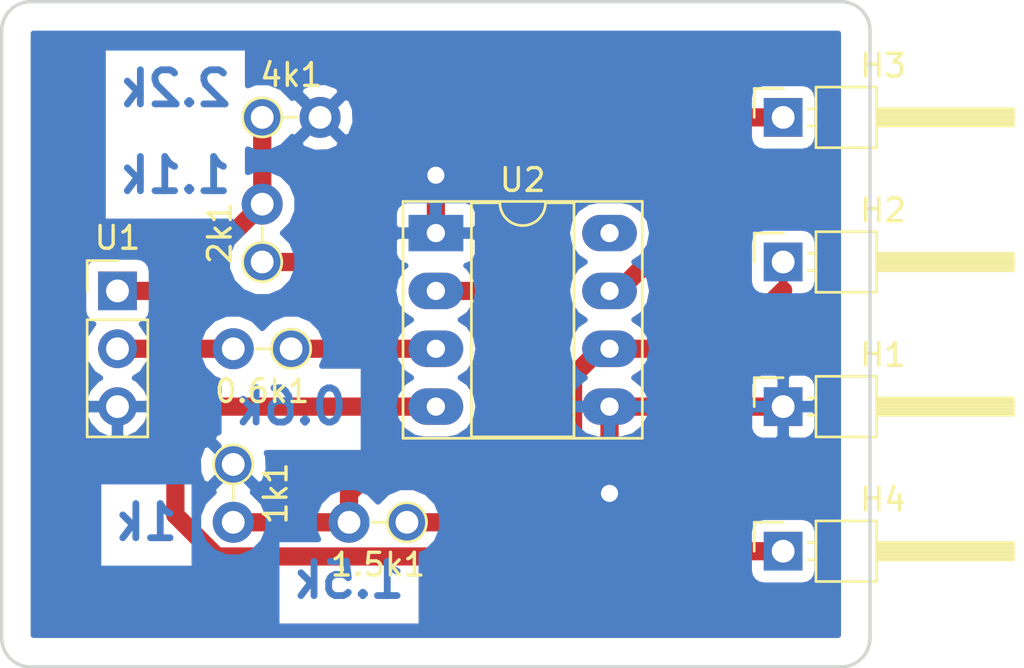
<source format=kicad_pcb>
(kicad_pcb (version 20171130) (host pcbnew "(5.0.2)-1")

  (general
    (thickness 1.6)
    (drawings 13)
    (tracks 43)
    (zones 0)
    (modules 11)
    (nets 10)
  )

  (page A4)
  (layers
    (0 F.Cu signal)
    (31 B.Cu signal)
    (32 B.Adhes user hide)
    (33 F.Adhes user hide)
    (34 B.Paste user hide)
    (35 F.Paste user hide)
    (36 B.SilkS user hide)
    (37 F.SilkS user hide)
    (38 B.Mask user hide)
    (39 F.Mask user hide)
    (40 Dwgs.User user hide)
    (41 Cmts.User user hide)
    (42 Eco1.User user hide)
    (43 Eco2.User user hide)
    (44 Edge.Cuts user)
    (45 Margin user hide)
    (46 B.CrtYd user hide)
    (47 F.CrtYd user hide)
    (48 B.Fab user hide)
    (49 F.Fab user hide)
  )

  (setup
    (last_trace_width 0.8)
    (trace_clearance 0.2)
    (zone_clearance 0.508)
    (zone_45_only no)
    (trace_min 0.4)
    (segment_width 0.2)
    (edge_width 0.15)
    (via_size 0.8)
    (via_drill 0.75)
    (via_min_size 0.8)
    (via_min_drill 0.75)
    (uvia_size 0.3)
    (uvia_drill 0.1)
    (uvias_allowed no)
    (uvia_min_size 0.2)
    (uvia_min_drill 0.1)
    (pcb_text_width 0.3)
    (pcb_text_size 1.5 1.5)
    (mod_edge_width 0.15)
    (mod_text_size 1 1)
    (mod_text_width 0.15)
    (pad_size 1.8 1.8)
    (pad_drill 1)
    (pad_to_mask_clearance 0.051)
    (solder_mask_min_width 0.25)
    (aux_axis_origin 0 0)
    (visible_elements 7FFFFFFF)
    (pcbplotparams
      (layerselection 0x01000_ffffffff)
      (usegerberextensions false)
      (usegerberattributes false)
      (usegerberadvancedattributes false)
      (creategerberjobfile false)
      (excludeedgelayer true)
      (linewidth 0.100000)
      (plotframeref false)
      (viasonmask false)
      (mode 1)
      (useauxorigin false)
      (hpglpennumber 1)
      (hpglpenspeed 20)
      (hpglpendiameter 15.000000)
      (psnegative false)
      (psa4output false)
      (plotreference true)
      (plotvalue true)
      (plotinvisibletext false)
      (padsonsilk false)
      (subtractmaskfromsilk false)
      (outputformat 1)
      (mirror false)
      (drillshape 0)
      (scaleselection 1)
      (outputdirectory ""))
  )

  (net 0 "")
  (net 1 "Net-(0.6k1-Pad2)")
  (net 2 "Net-(0.6k1-Pad1)")
  (net 3 "Net-(1.5k1-Pad1)")
  (net 4 "Net-(1.5k1-Pad2)")
  (net 5 GND)
  (net 6 "Net-(2k1-Pad2)")
  (net 7 +12V)
  (net 8 -12V)
  (net 9 "Net-(U2-Pad8)")

  (net_class Default "This is the default net class."
    (clearance 0.2)
    (trace_width 0.8)
    (via_dia 0.8)
    (via_drill 0.75)
    (uvia_dia 0.3)
    (uvia_drill 0.1)
    (diff_pair_gap 0.25)
    (diff_pair_width 0.4)
    (add_net +12V)
    (add_net -12V)
    (add_net GND)
    (add_net "Net-(0.6k1-Pad1)")
    (add_net "Net-(0.6k1-Pad2)")
    (add_net "Net-(1.5k1-Pad1)")
    (add_net "Net-(1.5k1-Pad2)")
    (add_net "Net-(2k1-Pad2)")
    (add_net "Net-(U2-Pad8)")
  )

  (module Resistors_THT:R_Axial_DIN0204_L3.6mm_D1.6mm_P2.54mm_Vertical (layer F.Cu) (tedit 5D9FB856) (tstamp 5D9FA601)
    (at 149.86 77.47 180)
    (descr "Resistor, Axial_DIN0204 series, Axial, Vertical, pin pitch=2.54mm, 0.16666666666666666W = 1/6W, length*diameter=3.6*1.6mm^2, http://cdn-reichelt.de/documents/datenblatt/B400/1_4W%23YAG.pdf")
    (tags "Resistor Axial_DIN0204 series Axial Vertical pin pitch 2.54mm 0.16666666666666666W = 1/6W length 3.6mm diameter 1.6mm")
    (path /5D9C8344)
    (fp_text reference 0.6k1 (at 1.27 -1.86 180) (layer F.SilkS)
      (effects (font (size 1 1) (thickness 0.15)))
    )
    (fp_text value R (at 1.27 1.86 180) (layer F.Fab)
      (effects (font (size 1 1) (thickness 0.15)))
    )
    (fp_line (start 3.55 -1.15) (end -1.15 -1.15) (layer F.CrtYd) (width 0.05))
    (fp_line (start 3.55 1.15) (end 3.55 -1.15) (layer F.CrtYd) (width 0.05))
    (fp_line (start -1.15 1.15) (end 3.55 1.15) (layer F.CrtYd) (width 0.05))
    (fp_line (start -1.15 -1.15) (end -1.15 1.15) (layer F.CrtYd) (width 0.05))
    (fp_line (start 0.86 0) (end 1.54 0) (layer F.SilkS) (width 0.12))
    (fp_line (start 0 0) (end 2.54 0) (layer F.Fab) (width 0.1))
    (fp_circle (center 0 0) (end 0.86 0) (layer F.SilkS) (width 0.12))
    (fp_circle (center 0 0) (end 0.8 0) (layer F.Fab) (width 0.1))
    (pad 2 thru_hole circle (at 2.54 0 180) (size 1.8 1.8) (drill 1) (layers *.Cu *.Mask)
      (net 1 "Net-(0.6k1-Pad2)"))
    (pad 1 thru_hole circle (at 0 0 180) (size 1.8 1.8) (drill 1) (layers *.Cu *.Mask)
      (net 2 "Net-(0.6k1-Pad1)"))
    (model ${KISYS3DMOD}/Resistors_THT.3dshapes/R_Axial_DIN0204_L3.6mm_D1.6mm_P2.54mm_Vertical.wrl
      (at (xyz 0 0 0))
      (scale (xyz 0.393701 0.393701 0.393701))
      (rotate (xyz 0 0 0))
    )
  )

  (module Resistors_THT:R_Axial_DIN0204_L3.6mm_D1.6mm_P2.54mm_Vertical (layer F.Cu) (tedit 5D9FBEAB) (tstamp 5D9FA60F)
    (at 154.94 85.09 180)
    (descr "Resistor, Axial_DIN0204 series, Axial, Vertical, pin pitch=2.54mm, 0.16666666666666666W = 1/6W, length*diameter=3.6*1.6mm^2, http://cdn-reichelt.de/documents/datenblatt/B400/1_4W%23YAG.pdf")
    (tags "Resistor Axial_DIN0204 series Axial Vertical pin pitch 2.54mm 0.16666666666666666W = 1/6W length 3.6mm diameter 1.6mm")
    (path /5D9C846F)
    (fp_text reference 1.5k1 (at 1.27 -1.86 180) (layer F.SilkS)
      (effects (font (size 1 1) (thickness 0.15)))
    )
    (fp_text value R (at 1.27 1.86 180) (layer F.Fab)
      (effects (font (size 1 1) (thickness 0.15)))
    )
    (fp_circle (center 0 0) (end 0.8 0) (layer F.Fab) (width 0.1))
    (fp_circle (center 0 0) (end 0.86 0) (layer F.SilkS) (width 0.12))
    (fp_line (start 0 0) (end 2.54 0) (layer F.Fab) (width 0.1))
    (fp_line (start 0.86 0) (end 1.54 0) (layer F.SilkS) (width 0.12))
    (fp_line (start -1.15 -1.15) (end -1.15 1.15) (layer F.CrtYd) (width 0.05))
    (fp_line (start -1.15 1.15) (end 3.55 1.15) (layer F.CrtYd) (width 0.05))
    (fp_line (start 3.55 1.15) (end 3.55 -1.15) (layer F.CrtYd) (width 0.05))
    (fp_line (start 3.55 -1.15) (end -1.15 -1.15) (layer F.CrtYd) (width 0.05))
    (pad e thru_hole circle (at 0 0 180) (size 1.8 1.8) (drill 1) (layers *.Cu *.Mask)
      (net 3 "Net-(1.5k1-Pad1)"))
    (pad 2 thru_hole circle (at 2.54 0 180) (size 1.8 1.8) (drill 1) (layers *.Cu *.Mask)
      (net 4 "Net-(1.5k1-Pad2)"))
    (model ${KISYS3DMOD}/Resistors_THT.3dshapes/R_Axial_DIN0204_L3.6mm_D1.6mm_P2.54mm_Vertical.wrl
      (at (xyz 0 0 0))
      (scale (xyz 0.393701 0.393701 0.393701))
      (rotate (xyz 0 0 0))
    )
  )

  (module Resistors_THT:R_Axial_DIN0204_L3.6mm_D1.6mm_P2.54mm_Vertical (layer F.Cu) (tedit 5D9FBE88) (tstamp 5D9FA61D)
    (at 147.32 82.55 270)
    (descr "Resistor, Axial_DIN0204 series, Axial, Vertical, pin pitch=2.54mm, 0.16666666666666666W = 1/6W, length*diameter=3.6*1.6mm^2, http://cdn-reichelt.de/documents/datenblatt/B400/1_4W%23YAG.pdf")
    (tags "Resistor Axial_DIN0204 series Axial Vertical pin pitch 2.54mm 0.16666666666666666W = 1/6W length 3.6mm diameter 1.6mm")
    (path /5D9C84BD)
    (fp_text reference 1k1 (at 1.27 -1.86 270) (layer F.SilkS)
      (effects (font (size 1 1) (thickness 0.15)))
    )
    (fp_text value R (at 1.27 1.86 270) (layer F.Fab)
      (effects (font (size 1 1) (thickness 0.15)))
    )
    (fp_line (start 3.55 -1.15) (end -1.15 -1.15) (layer F.CrtYd) (width 0.05))
    (fp_line (start 3.55 1.15) (end 3.55 -1.15) (layer F.CrtYd) (width 0.05))
    (fp_line (start -1.15 1.15) (end 3.55 1.15) (layer F.CrtYd) (width 0.05))
    (fp_line (start -1.15 -1.15) (end -1.15 1.15) (layer F.CrtYd) (width 0.05))
    (fp_line (start 0.86 0) (end 1.54 0) (layer F.SilkS) (width 0.12))
    (fp_line (start 0 0) (end 2.54 0) (layer F.Fab) (width 0.1))
    (fp_circle (center 0 0) (end 0.86 0) (layer F.SilkS) (width 0.12))
    (fp_circle (center 0 0) (end 0.8 0) (layer F.Fab) (width 0.1))
    (pad 2 thru_hole circle (at 2.54 0 270) (size 1.8 1.8) (drill 1) (layers *.Cu *.Mask)
      (net 4 "Net-(1.5k1-Pad2)"))
    (pad 1 thru_hole circle (at 0 0 270) (size 1.8 1.8) (drill 1) (layers *.Cu *.Mask)
      (net 5 GND))
    (model ${KISYS3DMOD}/Resistors_THT.3dshapes/R_Axial_DIN0204_L3.6mm_D1.6mm_P2.54mm_Vertical.wrl
      (at (xyz 0 0 0))
      (scale (xyz 0.393701 0.393701 0.393701))
      (rotate (xyz 0 0 0))
    )
  )

  (module Resistors_THT:R_Axial_DIN0204_L3.6mm_D1.6mm_P2.54mm_Vertical (layer F.Cu) (tedit 5D9FB838) (tstamp 5D9FA62B)
    (at 148.59 73.66 90)
    (descr "Resistor, Axial_DIN0204 series, Axial, Vertical, pin pitch=2.54mm, 0.16666666666666666W = 1/6W, length*diameter=3.6*1.6mm^2, http://cdn-reichelt.de/documents/datenblatt/B400/1_4W%23YAG.pdf")
    (tags "Resistor Axial_DIN0204 series Axial Vertical pin pitch 2.54mm 0.16666666666666666W = 1/6W length 3.6mm diameter 1.6mm")
    (path /5D9C82C2)
    (fp_text reference 2k1 (at 1.27 -1.86 90) (layer F.SilkS)
      (effects (font (size 1 1) (thickness 0.15)))
    )
    (fp_text value R (at 1.27 1.86 90) (layer F.Fab)
      (effects (font (size 1 1) (thickness 0.15)))
    )
    (fp_line (start 3.55 -1.15) (end -1.15 -1.15) (layer F.CrtYd) (width 0.05))
    (fp_line (start 3.55 1.15) (end 3.55 -1.15) (layer F.CrtYd) (width 0.05))
    (fp_line (start -1.15 1.15) (end 3.55 1.15) (layer F.CrtYd) (width 0.05))
    (fp_line (start -1.15 -1.15) (end -1.15 1.15) (layer F.CrtYd) (width 0.05))
    (fp_line (start 0.86 0) (end 1.54 0) (layer F.SilkS) (width 0.12))
    (fp_line (start 0 0) (end 2.54 0) (layer F.Fab) (width 0.1))
    (fp_circle (center 0 0) (end 0.86 0) (layer F.SilkS) (width 0.12))
    (fp_circle (center 0 0) (end 0.8 0) (layer F.Fab) (width 0.1))
    (pad 2 thru_hole circle (at 2.54 0 90) (size 1.8 1.8) (drill 1) (layers *.Cu *.Mask)
      (net 6 "Net-(2k1-Pad2)"))
    (pad 1 thru_hole circle (at 0 0 90) (size 1.8 1.8) (drill 1) (layers *.Cu *.Mask)
      (net 7 +12V))
    (model ${KISYS3DMOD}/Resistors_THT.3dshapes/R_Axial_DIN0204_L3.6mm_D1.6mm_P2.54mm_Vertical.wrl
      (at (xyz 0 0 0))
      (scale (xyz 0.393701 0.393701 0.393701))
      (rotate (xyz 0 0 0))
    )
  )

  (module Resistors_THT:R_Axial_DIN0204_L3.6mm_D1.6mm_P2.54mm_Vertical (layer F.Cu) (tedit 5D9FBED7) (tstamp 5D9FA639)
    (at 148.59 67.31)
    (descr "Resistor, Axial_DIN0204 series, Axial, Vertical, pin pitch=2.54mm, 0.16666666666666666W = 1/6W, length*diameter=3.6*1.6mm^2, http://cdn-reichelt.de/documents/datenblatt/B400/1_4W%23YAG.pdf")
    (tags "Resistor Axial_DIN0204 series Axial Vertical pin pitch 2.54mm 0.16666666666666666W = 1/6W length 3.6mm diameter 1.6mm")
    (path /5D9C8307)
    (fp_text reference 4k1 (at 1.27 -1.86) (layer F.SilkS)
      (effects (font (size 1 1) (thickness 0.15)))
    )
    (fp_text value R (at 1.27 1.86) (layer F.Fab)
      (effects (font (size 1 1) (thickness 0.15)))
    )
    (fp_circle (center 0 0) (end 0.8 0) (layer F.Fab) (width 0.1))
    (fp_circle (center 0 0) (end 0.86 0) (layer F.SilkS) (width 0.12))
    (fp_line (start 0 0) (end 2.54 0) (layer F.Fab) (width 0.1))
    (fp_line (start 0.86 0) (end 1.54 0) (layer F.SilkS) (width 0.12))
    (fp_line (start -1.15 -1.15) (end -1.15 1.15) (layer F.CrtYd) (width 0.05))
    (fp_line (start -1.15 1.15) (end 3.55 1.15) (layer F.CrtYd) (width 0.05))
    (fp_line (start 3.55 1.15) (end 3.55 -1.15) (layer F.CrtYd) (width 0.05))
    (fp_line (start 3.55 -1.15) (end -1.15 -1.15) (layer F.CrtYd) (width 0.05))
    (pad e thru_hole circle (at 0 0) (size 1.8 1.8) (drill 1) (layers *.Cu *.Mask)
      (net 6 "Net-(2k1-Pad2)"))
    (pad 2 thru_hole circle (at 2.54 0) (size 1.8 1.8) (drill 1) (layers *.Cu *.Mask)
      (net 5 GND))
    (model ${KISYS3DMOD}/Resistors_THT.3dshapes/R_Axial_DIN0204_L3.6mm_D1.6mm_P2.54mm_Vertical.wrl
      (at (xyz 0 0 0))
      (scale (xyz 0.393701 0.393701 0.393701))
      (rotate (xyz 0 0 0))
    )
  )

  (module Pin_Headers:Pin_Header_Angled_1x01_Pitch2.54mm (layer F.Cu) (tedit 59650532) (tstamp 5D9FA65F)
    (at 171.45 80.01)
    (descr "Through hole angled pin header, 1x01, 2.54mm pitch, 6mm pin length, single row")
    (tags "Through hole angled pin header THT 1x01 2.54mm single row")
    (path /5D9C89C3)
    (fp_text reference H1 (at 4.385 -2.27) (layer F.SilkS)
      (effects (font (size 1 1) (thickness 0.15)))
    )
    (fp_text value MountingHole_Pad (at 4.385 2.27) (layer F.Fab)
      (effects (font (size 1 1) (thickness 0.15)))
    )
    (fp_line (start 2.135 -1.27) (end 4.04 -1.27) (layer F.Fab) (width 0.1))
    (fp_line (start 4.04 -1.27) (end 4.04 1.27) (layer F.Fab) (width 0.1))
    (fp_line (start 4.04 1.27) (end 1.5 1.27) (layer F.Fab) (width 0.1))
    (fp_line (start 1.5 1.27) (end 1.5 -0.635) (layer F.Fab) (width 0.1))
    (fp_line (start 1.5 -0.635) (end 2.135 -1.27) (layer F.Fab) (width 0.1))
    (fp_line (start -0.32 -0.32) (end 1.5 -0.32) (layer F.Fab) (width 0.1))
    (fp_line (start -0.32 -0.32) (end -0.32 0.32) (layer F.Fab) (width 0.1))
    (fp_line (start -0.32 0.32) (end 1.5 0.32) (layer F.Fab) (width 0.1))
    (fp_line (start 4.04 -0.32) (end 10.04 -0.32) (layer F.Fab) (width 0.1))
    (fp_line (start 10.04 -0.32) (end 10.04 0.32) (layer F.Fab) (width 0.1))
    (fp_line (start 4.04 0.32) (end 10.04 0.32) (layer F.Fab) (width 0.1))
    (fp_line (start 1.44 -1.33) (end 1.44 1.33) (layer F.SilkS) (width 0.12))
    (fp_line (start 1.44 1.33) (end 4.1 1.33) (layer F.SilkS) (width 0.12))
    (fp_line (start 4.1 1.33) (end 4.1 -1.33) (layer F.SilkS) (width 0.12))
    (fp_line (start 4.1 -1.33) (end 1.44 -1.33) (layer F.SilkS) (width 0.12))
    (fp_line (start 4.1 -0.38) (end 10.1 -0.38) (layer F.SilkS) (width 0.12))
    (fp_line (start 10.1 -0.38) (end 10.1 0.38) (layer F.SilkS) (width 0.12))
    (fp_line (start 10.1 0.38) (end 4.1 0.38) (layer F.SilkS) (width 0.12))
    (fp_line (start 4.1 -0.32) (end 10.1 -0.32) (layer F.SilkS) (width 0.12))
    (fp_line (start 4.1 -0.2) (end 10.1 -0.2) (layer F.SilkS) (width 0.12))
    (fp_line (start 4.1 -0.08) (end 10.1 -0.08) (layer F.SilkS) (width 0.12))
    (fp_line (start 4.1 0.04) (end 10.1 0.04) (layer F.SilkS) (width 0.12))
    (fp_line (start 4.1 0.16) (end 10.1 0.16) (layer F.SilkS) (width 0.12))
    (fp_line (start 4.1 0.28) (end 10.1 0.28) (layer F.SilkS) (width 0.12))
    (fp_line (start 1.11 -0.38) (end 1.44 -0.38) (layer F.SilkS) (width 0.12))
    (fp_line (start 1.11 0.38) (end 1.44 0.38) (layer F.SilkS) (width 0.12))
    (fp_line (start -1.27 0) (end -1.27 -1.27) (layer F.SilkS) (width 0.12))
    (fp_line (start -1.27 -1.27) (end 0 -1.27) (layer F.SilkS) (width 0.12))
    (fp_line (start -1.8 -1.8) (end -1.8 1.8) (layer F.CrtYd) (width 0.05))
    (fp_line (start -1.8 1.8) (end 10.55 1.8) (layer F.CrtYd) (width 0.05))
    (fp_line (start 10.55 1.8) (end 10.55 -1.8) (layer F.CrtYd) (width 0.05))
    (fp_line (start 10.55 -1.8) (end -1.8 -1.8) (layer F.CrtYd) (width 0.05))
    (fp_text user %R (at 2.77 0 90) (layer F.Fab)
      (effects (font (size 1 1) (thickness 0.15)))
    )
    (pad 1 thru_hole rect (at 0 0) (size 1.7 1.7) (drill 1) (layers *.Cu *.Mask)
      (net 5 GND))
    (model ${KISYS3DMOD}/Pin_Headers.3dshapes/Pin_Header_Angled_1x01_Pitch2.54mm.wrl
      (at (xyz 0 0 0))
      (scale (xyz 1 1 1))
      (rotate (xyz 0 0 0))
    )
  )

  (module Pin_Headers:Pin_Header_Angled_1x01_Pitch2.54mm (layer F.Cu) (tedit 59650532) (tstamp 5D9FA685)
    (at 171.45 73.66)
    (descr "Through hole angled pin header, 1x01, 2.54mm pitch, 6mm pin length, single row")
    (tags "Through hole angled pin header THT 1x01 2.54mm single row")
    (path /5D9C8970)
    (fp_text reference H2 (at 4.385 -2.27) (layer F.SilkS)
      (effects (font (size 1 1) (thickness 0.15)))
    )
    (fp_text value MountingHole_Pad (at 4.385 2.27) (layer F.Fab)
      (effects (font (size 1 1) (thickness 0.15)))
    )
    (fp_text user %R (at 2.77 0 90) (layer F.Fab)
      (effects (font (size 1 1) (thickness 0.15)))
    )
    (fp_line (start 10.55 -1.8) (end -1.8 -1.8) (layer F.CrtYd) (width 0.05))
    (fp_line (start 10.55 1.8) (end 10.55 -1.8) (layer F.CrtYd) (width 0.05))
    (fp_line (start -1.8 1.8) (end 10.55 1.8) (layer F.CrtYd) (width 0.05))
    (fp_line (start -1.8 -1.8) (end -1.8 1.8) (layer F.CrtYd) (width 0.05))
    (fp_line (start -1.27 -1.27) (end 0 -1.27) (layer F.SilkS) (width 0.12))
    (fp_line (start -1.27 0) (end -1.27 -1.27) (layer F.SilkS) (width 0.12))
    (fp_line (start 1.11 0.38) (end 1.44 0.38) (layer F.SilkS) (width 0.12))
    (fp_line (start 1.11 -0.38) (end 1.44 -0.38) (layer F.SilkS) (width 0.12))
    (fp_line (start 4.1 0.28) (end 10.1 0.28) (layer F.SilkS) (width 0.12))
    (fp_line (start 4.1 0.16) (end 10.1 0.16) (layer F.SilkS) (width 0.12))
    (fp_line (start 4.1 0.04) (end 10.1 0.04) (layer F.SilkS) (width 0.12))
    (fp_line (start 4.1 -0.08) (end 10.1 -0.08) (layer F.SilkS) (width 0.12))
    (fp_line (start 4.1 -0.2) (end 10.1 -0.2) (layer F.SilkS) (width 0.12))
    (fp_line (start 4.1 -0.32) (end 10.1 -0.32) (layer F.SilkS) (width 0.12))
    (fp_line (start 10.1 0.38) (end 4.1 0.38) (layer F.SilkS) (width 0.12))
    (fp_line (start 10.1 -0.38) (end 10.1 0.38) (layer F.SilkS) (width 0.12))
    (fp_line (start 4.1 -0.38) (end 10.1 -0.38) (layer F.SilkS) (width 0.12))
    (fp_line (start 4.1 -1.33) (end 1.44 -1.33) (layer F.SilkS) (width 0.12))
    (fp_line (start 4.1 1.33) (end 4.1 -1.33) (layer F.SilkS) (width 0.12))
    (fp_line (start 1.44 1.33) (end 4.1 1.33) (layer F.SilkS) (width 0.12))
    (fp_line (start 1.44 -1.33) (end 1.44 1.33) (layer F.SilkS) (width 0.12))
    (fp_line (start 4.04 0.32) (end 10.04 0.32) (layer F.Fab) (width 0.1))
    (fp_line (start 10.04 -0.32) (end 10.04 0.32) (layer F.Fab) (width 0.1))
    (fp_line (start 4.04 -0.32) (end 10.04 -0.32) (layer F.Fab) (width 0.1))
    (fp_line (start -0.32 0.32) (end 1.5 0.32) (layer F.Fab) (width 0.1))
    (fp_line (start -0.32 -0.32) (end -0.32 0.32) (layer F.Fab) (width 0.1))
    (fp_line (start -0.32 -0.32) (end 1.5 -0.32) (layer F.Fab) (width 0.1))
    (fp_line (start 1.5 -0.635) (end 2.135 -1.27) (layer F.Fab) (width 0.1))
    (fp_line (start 1.5 1.27) (end 1.5 -0.635) (layer F.Fab) (width 0.1))
    (fp_line (start 4.04 1.27) (end 1.5 1.27) (layer F.Fab) (width 0.1))
    (fp_line (start 4.04 -1.27) (end 4.04 1.27) (layer F.Fab) (width 0.1))
    (fp_line (start 2.135 -1.27) (end 4.04 -1.27) (layer F.Fab) (width 0.1))
    (pad 1 thru_hole rect (at 0 0) (size 1.7 1.7) (drill 1) (layers *.Cu *.Mask)
      (net 3 "Net-(1.5k1-Pad1)"))
    (model ${KISYS3DMOD}/Pin_Headers.3dshapes/Pin_Header_Angled_1x01_Pitch2.54mm.wrl
      (at (xyz 0 0 0))
      (scale (xyz 1 1 1))
      (rotate (xyz 0 0 0))
    )
  )

  (module Pin_Headers:Pin_Header_Angled_1x01_Pitch2.54mm (layer F.Cu) (tedit 59650532) (tstamp 5D9FA6AB)
    (at 171.45 67.31)
    (descr "Through hole angled pin header, 1x01, 2.54mm pitch, 6mm pin length, single row")
    (tags "Through hole angled pin header THT 1x01 2.54mm single row")
    (path /5D9C8F3B)
    (fp_text reference H3 (at 4.385 -2.27) (layer F.SilkS)
      (effects (font (size 1 1) (thickness 0.15)))
    )
    (fp_text value MountingHole_Pad (at 4.385 2.27) (layer F.Fab)
      (effects (font (size 1 1) (thickness 0.15)))
    )
    (fp_line (start 2.135 -1.27) (end 4.04 -1.27) (layer F.Fab) (width 0.1))
    (fp_line (start 4.04 -1.27) (end 4.04 1.27) (layer F.Fab) (width 0.1))
    (fp_line (start 4.04 1.27) (end 1.5 1.27) (layer F.Fab) (width 0.1))
    (fp_line (start 1.5 1.27) (end 1.5 -0.635) (layer F.Fab) (width 0.1))
    (fp_line (start 1.5 -0.635) (end 2.135 -1.27) (layer F.Fab) (width 0.1))
    (fp_line (start -0.32 -0.32) (end 1.5 -0.32) (layer F.Fab) (width 0.1))
    (fp_line (start -0.32 -0.32) (end -0.32 0.32) (layer F.Fab) (width 0.1))
    (fp_line (start -0.32 0.32) (end 1.5 0.32) (layer F.Fab) (width 0.1))
    (fp_line (start 4.04 -0.32) (end 10.04 -0.32) (layer F.Fab) (width 0.1))
    (fp_line (start 10.04 -0.32) (end 10.04 0.32) (layer F.Fab) (width 0.1))
    (fp_line (start 4.04 0.32) (end 10.04 0.32) (layer F.Fab) (width 0.1))
    (fp_line (start 1.44 -1.33) (end 1.44 1.33) (layer F.SilkS) (width 0.12))
    (fp_line (start 1.44 1.33) (end 4.1 1.33) (layer F.SilkS) (width 0.12))
    (fp_line (start 4.1 1.33) (end 4.1 -1.33) (layer F.SilkS) (width 0.12))
    (fp_line (start 4.1 -1.33) (end 1.44 -1.33) (layer F.SilkS) (width 0.12))
    (fp_line (start 4.1 -0.38) (end 10.1 -0.38) (layer F.SilkS) (width 0.12))
    (fp_line (start 10.1 -0.38) (end 10.1 0.38) (layer F.SilkS) (width 0.12))
    (fp_line (start 10.1 0.38) (end 4.1 0.38) (layer F.SilkS) (width 0.12))
    (fp_line (start 4.1 -0.32) (end 10.1 -0.32) (layer F.SilkS) (width 0.12))
    (fp_line (start 4.1 -0.2) (end 10.1 -0.2) (layer F.SilkS) (width 0.12))
    (fp_line (start 4.1 -0.08) (end 10.1 -0.08) (layer F.SilkS) (width 0.12))
    (fp_line (start 4.1 0.04) (end 10.1 0.04) (layer F.SilkS) (width 0.12))
    (fp_line (start 4.1 0.16) (end 10.1 0.16) (layer F.SilkS) (width 0.12))
    (fp_line (start 4.1 0.28) (end 10.1 0.28) (layer F.SilkS) (width 0.12))
    (fp_line (start 1.11 -0.38) (end 1.44 -0.38) (layer F.SilkS) (width 0.12))
    (fp_line (start 1.11 0.38) (end 1.44 0.38) (layer F.SilkS) (width 0.12))
    (fp_line (start -1.27 0) (end -1.27 -1.27) (layer F.SilkS) (width 0.12))
    (fp_line (start -1.27 -1.27) (end 0 -1.27) (layer F.SilkS) (width 0.12))
    (fp_line (start -1.8 -1.8) (end -1.8 1.8) (layer F.CrtYd) (width 0.05))
    (fp_line (start -1.8 1.8) (end 10.55 1.8) (layer F.CrtYd) (width 0.05))
    (fp_line (start 10.55 1.8) (end 10.55 -1.8) (layer F.CrtYd) (width 0.05))
    (fp_line (start 10.55 -1.8) (end -1.8 -1.8) (layer F.CrtYd) (width 0.05))
    (fp_text user %R (at 2.77 0 90) (layer F.Fab)
      (effects (font (size 1 1) (thickness 0.15)))
    )
    (pad 1 thru_hole rect (at 0 0) (size 1.7 1.7) (drill 1) (layers *.Cu *.Mask)
      (net 7 +12V))
    (model ${KISYS3DMOD}/Pin_Headers.3dshapes/Pin_Header_Angled_1x01_Pitch2.54mm.wrl
      (at (xyz 0 0 0))
      (scale (xyz 1 1 1))
      (rotate (xyz 0 0 0))
    )
  )

  (module Pin_Headers:Pin_Header_Angled_1x01_Pitch2.54mm (layer F.Cu) (tedit 59650532) (tstamp 5D9FA6D1)
    (at 171.45 86.36)
    (descr "Through hole angled pin header, 1x01, 2.54mm pitch, 6mm pin length, single row")
    (tags "Through hole angled pin header THT 1x01 2.54mm single row")
    (path /5D9C8EF0)
    (fp_text reference H4 (at 4.385 -2.27) (layer F.SilkS)
      (effects (font (size 1 1) (thickness 0.15)))
    )
    (fp_text value MountingHole_Pad (at 4.385 2.27) (layer F.Fab)
      (effects (font (size 1 1) (thickness 0.15)))
    )
    (fp_text user %R (at 2.77 0 90) (layer F.Fab)
      (effects (font (size 1 1) (thickness 0.15)))
    )
    (fp_line (start 10.55 -1.8) (end -1.8 -1.8) (layer F.CrtYd) (width 0.05))
    (fp_line (start 10.55 1.8) (end 10.55 -1.8) (layer F.CrtYd) (width 0.05))
    (fp_line (start -1.8 1.8) (end 10.55 1.8) (layer F.CrtYd) (width 0.05))
    (fp_line (start -1.8 -1.8) (end -1.8 1.8) (layer F.CrtYd) (width 0.05))
    (fp_line (start -1.27 -1.27) (end 0 -1.27) (layer F.SilkS) (width 0.12))
    (fp_line (start -1.27 0) (end -1.27 -1.27) (layer F.SilkS) (width 0.12))
    (fp_line (start 1.11 0.38) (end 1.44 0.38) (layer F.SilkS) (width 0.12))
    (fp_line (start 1.11 -0.38) (end 1.44 -0.38) (layer F.SilkS) (width 0.12))
    (fp_line (start 4.1 0.28) (end 10.1 0.28) (layer F.SilkS) (width 0.12))
    (fp_line (start 4.1 0.16) (end 10.1 0.16) (layer F.SilkS) (width 0.12))
    (fp_line (start 4.1 0.04) (end 10.1 0.04) (layer F.SilkS) (width 0.12))
    (fp_line (start 4.1 -0.08) (end 10.1 -0.08) (layer F.SilkS) (width 0.12))
    (fp_line (start 4.1 -0.2) (end 10.1 -0.2) (layer F.SilkS) (width 0.12))
    (fp_line (start 4.1 -0.32) (end 10.1 -0.32) (layer F.SilkS) (width 0.12))
    (fp_line (start 10.1 0.38) (end 4.1 0.38) (layer F.SilkS) (width 0.12))
    (fp_line (start 10.1 -0.38) (end 10.1 0.38) (layer F.SilkS) (width 0.12))
    (fp_line (start 4.1 -0.38) (end 10.1 -0.38) (layer F.SilkS) (width 0.12))
    (fp_line (start 4.1 -1.33) (end 1.44 -1.33) (layer F.SilkS) (width 0.12))
    (fp_line (start 4.1 1.33) (end 4.1 -1.33) (layer F.SilkS) (width 0.12))
    (fp_line (start 1.44 1.33) (end 4.1 1.33) (layer F.SilkS) (width 0.12))
    (fp_line (start 1.44 -1.33) (end 1.44 1.33) (layer F.SilkS) (width 0.12))
    (fp_line (start 4.04 0.32) (end 10.04 0.32) (layer F.Fab) (width 0.1))
    (fp_line (start 10.04 -0.32) (end 10.04 0.32) (layer F.Fab) (width 0.1))
    (fp_line (start 4.04 -0.32) (end 10.04 -0.32) (layer F.Fab) (width 0.1))
    (fp_line (start -0.32 0.32) (end 1.5 0.32) (layer F.Fab) (width 0.1))
    (fp_line (start -0.32 -0.32) (end -0.32 0.32) (layer F.Fab) (width 0.1))
    (fp_line (start -0.32 -0.32) (end 1.5 -0.32) (layer F.Fab) (width 0.1))
    (fp_line (start 1.5 -0.635) (end 2.135 -1.27) (layer F.Fab) (width 0.1))
    (fp_line (start 1.5 1.27) (end 1.5 -0.635) (layer F.Fab) (width 0.1))
    (fp_line (start 4.04 1.27) (end 1.5 1.27) (layer F.Fab) (width 0.1))
    (fp_line (start 4.04 -1.27) (end 4.04 1.27) (layer F.Fab) (width 0.1))
    (fp_line (start 2.135 -1.27) (end 4.04 -1.27) (layer F.Fab) (width 0.1))
    (pad 1 thru_hole rect (at 0 0) (size 1.7 1.7) (drill 1) (layers *.Cu *.Mask)
      (net 8 -12V))
    (model ${KISYS3DMOD}/Pin_Headers.3dshapes/Pin_Header_Angled_1x01_Pitch2.54mm.wrl
      (at (xyz 0 0 0))
      (scale (xyz 1 1 1))
      (rotate (xyz 0 0 0))
    )
  )

  (module Pin_Headers:Pin_Header_Straight_1x03_Pitch2.54mm (layer F.Cu) (tedit 5D9FB641) (tstamp 5D9FA6E8)
    (at 142.24 74.93)
    (descr "Through hole straight pin header, 1x03, 2.54mm pitch, single row")
    (tags "Through hole pin header THT 1x03 2.54mm single row")
    (path /5D9C80AE)
    (fp_text reference U1 (at 0 -2.33) (layer F.SilkS)
      (effects (font (size 1 1) (thickness 0.15)))
    )
    (fp_text value LM32 (at 0 7.41) (layer F.Fab)
      (effects (font (size 1 1) (thickness 0.15)))
    )
    (fp_text user %R (at 0 2.54 90) (layer F.Fab)
      (effects (font (size 1 1) (thickness 0.15)))
    )
    (fp_line (start 1.8 -1.8) (end -1.8 -1.8) (layer F.CrtYd) (width 0.05))
    (fp_line (start 1.8 6.85) (end 1.8 -1.8) (layer F.CrtYd) (width 0.05))
    (fp_line (start -1.8 6.85) (end 1.8 6.85) (layer F.CrtYd) (width 0.05))
    (fp_line (start -1.8 -1.8) (end -1.8 6.85) (layer F.CrtYd) (width 0.05))
    (fp_line (start -1.33 -1.33) (end 0 -1.33) (layer F.SilkS) (width 0.12))
    (fp_line (start -1.33 0) (end -1.33 -1.33) (layer F.SilkS) (width 0.12))
    (fp_line (start -1.33 1.27) (end 1.33 1.27) (layer F.SilkS) (width 0.12))
    (fp_line (start 1.33 1.27) (end 1.33 6.41) (layer F.SilkS) (width 0.12))
    (fp_line (start -1.33 1.27) (end -1.33 6.41) (layer F.SilkS) (width 0.12))
    (fp_line (start -1.33 6.41) (end 1.33 6.41) (layer F.SilkS) (width 0.12))
    (fp_line (start -1.27 -0.635) (end -0.635 -1.27) (layer F.Fab) (width 0.1))
    (fp_line (start -1.27 6.35) (end -1.27 -0.635) (layer F.Fab) (width 0.1))
    (fp_line (start 1.27 6.35) (end -1.27 6.35) (layer F.Fab) (width 0.1))
    (fp_line (start 1.27 -1.27) (end 1.27 6.35) (layer F.Fab) (width 0.1))
    (fp_line (start -0.635 -1.27) (end 1.27 -1.27) (layer F.Fab) (width 0.1))
    (pad 3 thru_hole oval (at 0 5.08) (size 1.7 1.7) (drill 1) (layers *.Cu *.Mask)
      (net 5 GND))
    (pad 2 thru_hole oval (at 0 2.54) (size 1.7 1.7) (drill 1) (layers *.Cu *.Mask)
      (net 1 "Net-(0.6k1-Pad2)"))
    (pad 1 thru_hole rect (at 0 0) (size 1.7 1.7) (drill 1) (layers *.Cu *.Mask)
      (net 6 "Net-(2k1-Pad2)"))
    (model ${KISYS3DMOD}/Pin_Headers.3dshapes/Pin_Header_Straight_1x03_Pitch2.54mm.wrl
      (at (xyz 0 0 0))
      (scale (xyz 1 1 1))
      (rotate (xyz 0 0 0))
    )
  )

  (module Housings_DIP:DIP-8_W7.62mm_Socket_LongPads (layer F.Cu) (tedit 59C78D6B) (tstamp 5D9FA70C)
    (at 156.21 72.39)
    (descr "8-lead though-hole mounted DIP package, row spacing 7.62 mm (300 mils), Socket, LongPads")
    (tags "THT DIP DIL PDIP 2.54mm 7.62mm 300mil Socket LongPads")
    (path /5D9C83DC)
    (fp_text reference U2 (at 3.81 -2.33) (layer F.SilkS)
      (effects (font (size 1 1) (thickness 0.15)))
    )
    (fp_text value LM741 (at 3.81 9.95) (layer F.Fab)
      (effects (font (size 1 1) (thickness 0.15)))
    )
    (fp_text user %R (at 3.81 3.81) (layer F.Fab)
      (effects (font (size 1 1) (thickness 0.15)))
    )
    (fp_line (start 9.15 -1.6) (end -1.55 -1.6) (layer F.CrtYd) (width 0.05))
    (fp_line (start 9.15 9.2) (end 9.15 -1.6) (layer F.CrtYd) (width 0.05))
    (fp_line (start -1.55 9.2) (end 9.15 9.2) (layer F.CrtYd) (width 0.05))
    (fp_line (start -1.55 -1.6) (end -1.55 9.2) (layer F.CrtYd) (width 0.05))
    (fp_line (start 9.06 -1.39) (end -1.44 -1.39) (layer F.SilkS) (width 0.12))
    (fp_line (start 9.06 9.01) (end 9.06 -1.39) (layer F.SilkS) (width 0.12))
    (fp_line (start -1.44 9.01) (end 9.06 9.01) (layer F.SilkS) (width 0.12))
    (fp_line (start -1.44 -1.39) (end -1.44 9.01) (layer F.SilkS) (width 0.12))
    (fp_line (start 6.06 -1.33) (end 4.81 -1.33) (layer F.SilkS) (width 0.12))
    (fp_line (start 6.06 8.95) (end 6.06 -1.33) (layer F.SilkS) (width 0.12))
    (fp_line (start 1.56 8.95) (end 6.06 8.95) (layer F.SilkS) (width 0.12))
    (fp_line (start 1.56 -1.33) (end 1.56 8.95) (layer F.SilkS) (width 0.12))
    (fp_line (start 2.81 -1.33) (end 1.56 -1.33) (layer F.SilkS) (width 0.12))
    (fp_line (start 8.89 -1.33) (end -1.27 -1.33) (layer F.Fab) (width 0.1))
    (fp_line (start 8.89 8.95) (end 8.89 -1.33) (layer F.Fab) (width 0.1))
    (fp_line (start -1.27 8.95) (end 8.89 8.95) (layer F.Fab) (width 0.1))
    (fp_line (start -1.27 -1.33) (end -1.27 8.95) (layer F.Fab) (width 0.1))
    (fp_line (start 0.635 -0.27) (end 1.635 -1.27) (layer F.Fab) (width 0.1))
    (fp_line (start 0.635 8.89) (end 0.635 -0.27) (layer F.Fab) (width 0.1))
    (fp_line (start 6.985 8.89) (end 0.635 8.89) (layer F.Fab) (width 0.1))
    (fp_line (start 6.985 -1.27) (end 6.985 8.89) (layer F.Fab) (width 0.1))
    (fp_line (start 1.635 -1.27) (end 6.985 -1.27) (layer F.Fab) (width 0.1))
    (fp_arc (start 3.81 -1.33) (end 2.81 -1.33) (angle -180) (layer F.SilkS) (width 0.12))
    (pad 8 thru_hole oval (at 7.62 0) (size 2.4 1.6) (drill 0.8) (layers *.Cu *.Mask)
      (net 9 "Net-(U2-Pad8)"))
    (pad 4 thru_hole oval (at 0 7.62) (size 2.4 1.6) (drill 0.8) (layers *.Cu *.Mask)
      (net 8 -12V))
    (pad 7 thru_hole oval (at 7.62 2.54) (size 2.4 1.6) (drill 0.8) (layers *.Cu *.Mask)
      (net 7 +12V))
    (pad 3 thru_hole oval (at 0 5.08) (size 2.4 1.6) (drill 0.8) (layers *.Cu *.Mask)
      (net 2 "Net-(0.6k1-Pad1)"))
    (pad 6 thru_hole oval (at 7.62 5.08) (size 2.4 1.6) (drill 0.8) (layers *.Cu *.Mask)
      (net 3 "Net-(1.5k1-Pad1)"))
    (pad 2 thru_hole oval (at 0 2.54) (size 2.4 1.6) (drill 0.8) (layers *.Cu *.Mask)
      (net 4 "Net-(1.5k1-Pad2)"))
    (pad 5 thru_hole oval (at 7.62 7.62) (size 2.4 1.6) (drill 0.8) (layers *.Cu *.Mask)
      (net 5 GND))
    (pad 1 thru_hole rect (at 0 0) (size 2.4 1.6) (drill 0.8) (layers *.Cu *.Mask)
      (net 5 GND))
    (model ${KISYS3DMOD}/Housings_DIP.3dshapes/DIP-8_W7.62mm_Socket.wrl
      (at (xyz 0 0 0))
      (scale (xyz 1 1 1))
      (rotate (xyz 0 0 0))
    )
  )

  (gr_text 1.5k (at 152.4 87.63) (layer B.Cu)
    (effects (font (size 1.5 1.5) (thickness 0.3)) (justify mirror))
  )
  (gr_text 1k (at 143.51 85.09) (layer B.Cu)
    (effects (font (size 1.5 1.5) (thickness 0.3)) (justify mirror))
  )
  (gr_text 0.6k (at 149.86 80.01) (layer B.Cu)
    (effects (font (size 1.5 1.5) (thickness 0.3)) (justify mirror))
  )
  (gr_text 1.1k (at 144.78 69.85) (layer B.Cu)
    (effects (font (size 1.5 1.5) (thickness 0.3)) (justify mirror))
  )
  (gr_text 2.2k (at 144.78 66.04) (layer B.Cu)
    (effects (font (size 1.5 1.5) (thickness 0.3)) (justify mirror))
  )
  (gr_arc (start 138.43 63.5) (end 138.43 62.23) (angle -90) (layer Edge.Cuts) (width 0.15))
  (gr_arc (start 138.43 90.17) (end 137.16 90.17) (angle -90) (layer Edge.Cuts) (width 0.15))
  (gr_arc (start 173.99 90.17) (end 173.99 91.44) (angle -90) (layer Edge.Cuts) (width 0.15))
  (gr_arc (start 173.99 63.5) (end 175.26 63.5) (angle -90) (layer Edge.Cuts) (width 0.15))
  (gr_line (start 137.16 90.17) (end 137.16 63.5) (layer Edge.Cuts) (width 0.15))
  (gr_line (start 173.99 91.44) (end 138.43 91.44) (layer Edge.Cuts) (width 0.15))
  (gr_line (start 175.26 63.5) (end 175.26 90.17) (layer Edge.Cuts) (width 0.15))
  (gr_line (start 138.43 62.23) (end 173.99 62.23) (layer Edge.Cuts) (width 0.15))

  (segment (start 147.32 77.47) (end 142.24 77.47) (width 0.8) (layer F.Cu) (net 1))
  (segment (start 149.86 77.47) (end 156.21 77.47) (width 0.8) (layer F.Cu) (net 2))
  (segment (start 171.45 74.91) (end 171.45 73.66) (width 0.4) (layer F.Cu) (net 3))
  (segment (start 168.89 77.47) (end 171.45 74.91) (width 0.8) (layer F.Cu) (net 3))
  (segment (start 163.83 77.47) (end 168.89 77.47) (width 0.8) (layer F.Cu) (net 3))
  (segment (start 163.43 77.47) (end 163.83 77.47) (width 0.4) (layer F.Cu) (net 3))
  (segment (start 162.23 78.67) (end 163.43 77.47) (width 0.8) (layer F.Cu) (net 3))
  (segment (start 162.23 83.70707) (end 162.23 78.67) (width 0.8) (layer F.Cu) (net 3))
  (segment (start 160.84707 85.09) (end 162.11707 83.82) (width 0.8) (layer F.Cu) (net 3))
  (segment (start 154.94 85.09) (end 160.84707 85.09) (width 0.8) (layer F.Cu) (net 3))
  (segment (start 162.11707 83.82) (end 162.23 83.70707) (width 0.4) (layer F.Cu) (net 3))
  (segment (start 147.32 85.09) (end 152.4 85.09) (width 0.8) (layer F.Cu) (net 4))
  (segment (start 152.4 83.82) (end 152.4 85.09) (width 0.8) (layer F.Cu) (net 4))
  (segment (start 156.21 74.93) (end 158.21 74.93) (width 0.8) (layer F.Cu) (net 4))
  (segment (start 158.75 75.47) (end 158.75 81.28) (width 0.8) (layer F.Cu) (net 4))
  (segment (start 158.21 74.93) (end 158.75 75.47) (width 0.8) (layer F.Cu) (net 4))
  (segment (start 158.75 81.28) (end 157.48 82.55) (width 0.8) (layer F.Cu) (net 4))
  (segment (start 157.48 82.55) (end 153.67 82.55) (width 0.8) (layer F.Cu) (net 4))
  (segment (start 153.67 82.55) (end 152.4 83.82) (width 0.8) (layer F.Cu) (net 4))
  (segment (start 163.83 80.01) (end 171.45 80.01) (width 0.8) (layer F.Cu) (net 5))
  (segment (start 156.21 72.39) (end 156.21 69.85) (width 0.8) (layer F.Cu) (net 5))
  (via (at 156.21 69.85) (size 0.8) (drill 0.75) (layers F.Cu B.Cu) (net 5))
  (segment (start 163.83 80.01) (end 163.83 83.82) (width 0.8) (layer F.Cu) (net 5))
  (via (at 163.83 83.82) (size 0.8) (drill 0.75) (layers F.Cu B.Cu) (net 5))
  (segment (start 144.78 74.93) (end 148.59 71.12) (width 0.8) (layer F.Cu) (net 6))
  (segment (start 142.24 74.93) (end 144.78 74.93) (width 0.8) (layer F.Cu) (net 6))
  (segment (start 148.59 71.12) (end 148.59 67.31) (width 0.8) (layer F.Cu) (net 6))
  (segment (start 152.4 69.85) (end 154.94 67.31) (width 0.8) (layer F.Cu) (net 7))
  (segment (start 164.23 74.93) (end 163.83 74.93) (width 0.4) (layer F.Cu) (net 7))
  (segment (start 167.64 71.52) (end 164.23 74.93) (width 0.8) (layer F.Cu) (net 7))
  (segment (start 167.64 67.31) (end 167.64 71.52) (width 0.8) (layer F.Cu) (net 7))
  (segment (start 167.64 67.31) (end 171.45 67.31) (width 0.8) (layer F.Cu) (net 7))
  (segment (start 154.94 67.31) (end 167.64 67.31) (width 0.8) (layer F.Cu) (net 7))
  (segment (start 152.4 72.39) (end 152.4 69.85) (width 0.8) (layer F.Cu) (net 7))
  (segment (start 151.13 73.66) (end 152.4 72.39) (width 0.8) (layer F.Cu) (net 7))
  (segment (start 148.59 73.66) (end 151.13 73.66) (width 0.8) (layer F.Cu) (net 7))
  (segment (start 169.8 86.36) (end 171.45 86.36) (width 0.8) (layer F.Cu) (net 8))
  (segment (start 156.21 80.01) (end 146.05 80.01) (width 0.8) (layer F.Cu) (net 8))
  (segment (start 146.05 80.01) (end 144.78 81.28) (width 0.8) (layer F.Cu) (net 8))
  (segment (start 144.78 81.28) (end 144.78 84.770002) (width 0.8) (layer F.Cu) (net 8))
  (segment (start 144.78 84.770002) (end 146.599999 86.590001) (width 0.8) (layer F.Cu) (net 8))
  (segment (start 146.599999 86.590001) (end 169.569999 86.590001) (width 0.8) (layer F.Cu) (net 8))
  (segment (start 169.569999 86.590001) (end 169.8 86.36) (width 0.8) (layer F.Cu) (net 8))

  (zone (net 5) (net_name GND) (layer B.Cu) (tstamp 0) (hatch edge 0.508)
    (connect_pads (clearance 0.508))
    (min_thickness 0.254)
    (fill yes (arc_segments 16) (thermal_gap 0.508) (thermal_bridge_width 0.508))
    (polygon
      (pts
        (xy 138.43 63.5) (xy 173.99 63.5) (xy 173.99 90.17) (xy 138.43 90.17)
      )
    )
    (filled_polygon
      (pts
        (xy 173.863 90.043) (xy 138.557 90.043) (xy 138.557 83.3) (xy 141.403572 83.3) (xy 141.403572 87.12)
        (xy 145.616429 87.12) (xy 145.616429 84.78467) (xy 145.785 84.78467) (xy 145.785 85.39533) (xy 146.01869 85.959507)
        (xy 146.450493 86.39131) (xy 147.01467 86.625) (xy 147.62533 86.625) (xy 148.189507 86.39131) (xy 148.62131 85.959507)
        (xy 148.670811 85.84) (xy 149.222143 85.84) (xy 149.222143 89.66) (xy 155.577857 89.66) (xy 155.577857 86.487263)
        (xy 155.809507 86.39131) (xy 156.24131 85.959507) (xy 156.427502 85.51) (xy 169.95256 85.51) (xy 169.95256 87.21)
        (xy 170.001843 87.457765) (xy 170.142191 87.667809) (xy 170.352235 87.808157) (xy 170.6 87.85744) (xy 172.3 87.85744)
        (xy 172.547765 87.808157) (xy 172.757809 87.667809) (xy 172.898157 87.457765) (xy 172.94744 87.21) (xy 172.94744 85.51)
        (xy 172.898157 85.262235) (xy 172.757809 85.052191) (xy 172.547765 84.911843) (xy 172.3 84.86256) (xy 170.6 84.86256)
        (xy 170.352235 84.911843) (xy 170.142191 85.052191) (xy 170.001843 85.262235) (xy 169.95256 85.51) (xy 156.427502 85.51)
        (xy 156.475 85.39533) (xy 156.475 84.78467) (xy 156.24131 84.220493) (xy 155.809507 83.78869) (xy 155.24533 83.555)
        (xy 154.63467 83.555) (xy 154.070493 83.78869) (xy 153.67 84.189183) (xy 153.269507 83.78869) (xy 152.70533 83.555)
        (xy 152.09467 83.555) (xy 151.530493 83.78869) (xy 151.09869 84.220493) (xy 150.865 84.78467) (xy 150.865 85.39533)
        (xy 151.049189 85.84) (xy 149.222143 85.84) (xy 148.670811 85.84) (xy 148.855 85.39533) (xy 148.855 84.78467)
        (xy 148.62131 84.220493) (xy 148.189507 83.78869) (xy 148.169885 83.780562) (xy 148.220554 83.630159) (xy 147.32 82.729605)
        (xy 146.419446 83.630159) (xy 146.470115 83.780562) (xy 146.450493 83.78869) (xy 146.01869 84.220493) (xy 145.785 84.78467)
        (xy 145.616429 84.78467) (xy 145.616429 83.3) (xy 141.403572 83.3) (xy 138.557 83.3) (xy 138.557 82.309336)
        (xy 145.773542 82.309336) (xy 145.799161 82.91946) (xy 145.983357 83.364148) (xy 146.239841 83.450554) (xy 147.140395 82.55)
        (xy 146.239841 81.649446) (xy 145.983357 81.735852) (xy 145.773542 82.309336) (xy 138.557 82.309336) (xy 138.557 80.36689)
        (xy 140.798524 80.36689) (xy 140.968355 80.776924) (xy 141.358642 81.205183) (xy 141.883108 81.451486) (xy 142.113 81.330819)
        (xy 142.113 80.137) (xy 142.367 80.137) (xy 142.367 81.330819) (xy 142.596892 81.451486) (xy 143.121358 81.205183)
        (xy 143.511645 80.776924) (xy 143.681476 80.36689) (xy 143.560155 80.137) (xy 142.367 80.137) (xy 142.113 80.137)
        (xy 140.919845 80.137) (xy 140.798524 80.36689) (xy 138.557 80.36689) (xy 138.557 77.47) (xy 140.725908 77.47)
        (xy 140.841161 78.049418) (xy 141.169375 78.540625) (xy 141.488478 78.753843) (xy 141.358642 78.814817) (xy 140.968355 79.243076)
        (xy 140.798524 79.65311) (xy 140.919845 79.883) (xy 142.113 79.883) (xy 142.113 79.863) (xy 142.367 79.863)
        (xy 142.367 79.883) (xy 143.560155 79.883) (xy 143.681476 79.65311) (xy 143.511645 79.243076) (xy 143.121358 78.814817)
        (xy 142.991522 78.753843) (xy 143.310625 78.540625) (xy 143.638839 78.049418) (xy 143.754092 77.47) (xy 143.693359 77.16467)
        (xy 145.785 77.16467) (xy 145.785 77.77533) (xy 146.01869 78.339507) (xy 146.450493 78.77131) (xy 146.682143 78.867263)
        (xy 146.682143 81.140335) (xy 146.505852 81.213357) (xy 146.419446 81.469841) (xy 146.682143 81.732538) (xy 146.682143 82.04)
        (xy 146.989605 82.04) (xy 147.32 82.370395) (xy 147.334143 82.356253) (xy 147.513748 82.535858) (xy 147.499605 82.55)
        (xy 148.400159 83.450554) (xy 148.656643 83.364148) (xy 148.866458 82.790664) (xy 148.840839 82.18054) (xy 148.782625 82.04)
        (xy 153.037857 82.04) (xy 153.037857 78.22) (xy 151.210811 78.22) (xy 151.395 77.77533) (xy 151.395 77.16467)
        (xy 151.16131 76.600493) (xy 150.729507 76.16869) (xy 150.16533 75.935) (xy 149.55467 75.935) (xy 148.990493 76.16869)
        (xy 148.59 76.569183) (xy 148.189507 76.16869) (xy 147.62533 75.935) (xy 147.01467 75.935) (xy 146.450493 76.16869)
        (xy 146.01869 76.600493) (xy 145.785 77.16467) (xy 143.693359 77.16467) (xy 143.638839 76.890582) (xy 143.310625 76.399375)
        (xy 143.292381 76.387184) (xy 143.337765 76.378157) (xy 143.547809 76.237809) (xy 143.688157 76.027765) (xy 143.73744 75.78)
        (xy 143.73744 74.08) (xy 143.688157 73.832235) (xy 143.547809 73.622191) (xy 143.337765 73.481843) (xy 143.09 73.43256)
        (xy 141.39 73.43256) (xy 141.142235 73.481843) (xy 140.932191 73.622191) (xy 140.791843 73.832235) (xy 140.74256 74.08)
        (xy 140.74256 75.78) (xy 140.791843 76.027765) (xy 140.932191 76.237809) (xy 141.142235 76.378157) (xy 141.187619 76.387184)
        (xy 141.169375 76.399375) (xy 140.841161 76.890582) (xy 140.725908 77.47) (xy 138.557 77.47) (xy 138.557 64.25)
        (xy 141.602143 64.25) (xy 141.602143 71.88) (xy 147.243331 71.88) (xy 147.28869 71.989507) (xy 147.689183 72.39)
        (xy 147.28869 72.790493) (xy 147.055 73.35467) (xy 147.055 73.96533) (xy 147.28869 74.529507) (xy 147.720493 74.96131)
        (xy 148.28467 75.195) (xy 148.89533 75.195) (xy 149.459507 74.96131) (xy 149.490817 74.93) (xy 154.346887 74.93)
        (xy 154.45826 75.489909) (xy 154.775423 75.964577) (xy 155.127758 76.2) (xy 154.775423 76.435423) (xy 154.45826 76.910091)
        (xy 154.346887 77.47) (xy 154.45826 78.029909) (xy 154.775423 78.504577) (xy 155.127758 78.74) (xy 154.775423 78.975423)
        (xy 154.45826 79.450091) (xy 154.346887 80.01) (xy 154.45826 80.569909) (xy 154.775423 81.044577) (xy 155.250091 81.36174)
        (xy 155.668667 81.445) (xy 156.751333 81.445) (xy 157.169909 81.36174) (xy 157.644577 81.044577) (xy 157.96174 80.569909)
        (xy 158.003684 80.359039) (xy 162.038096 80.359039) (xy 162.055633 80.441819) (xy 162.3255 80.934896) (xy 162.763517 81.287166)
        (xy 163.303 81.445) (xy 163.703 81.445) (xy 163.703 80.137) (xy 163.957 80.137) (xy 163.957 81.445)
        (xy 164.357 81.445) (xy 164.896483 81.287166) (xy 165.3345 80.934896) (xy 165.604367 80.441819) (xy 165.621904 80.359039)
        (xy 165.587133 80.29575) (xy 169.965 80.29575) (xy 169.965 80.98631) (xy 170.061673 81.219699) (xy 170.240302 81.398327)
        (xy 170.473691 81.495) (xy 171.16425 81.495) (xy 171.323 81.33625) (xy 171.323 80.137) (xy 171.577 80.137)
        (xy 171.577 81.33625) (xy 171.73575 81.495) (xy 172.426309 81.495) (xy 172.659698 81.398327) (xy 172.838327 81.219699)
        (xy 172.935 80.98631) (xy 172.935 80.29575) (xy 172.77625 80.137) (xy 171.577 80.137) (xy 171.323 80.137)
        (xy 170.12375 80.137) (xy 169.965 80.29575) (xy 165.587133 80.29575) (xy 165.499915 80.137) (xy 163.957 80.137)
        (xy 163.703 80.137) (xy 162.160085 80.137) (xy 162.038096 80.359039) (xy 158.003684 80.359039) (xy 158.073113 80.01)
        (xy 157.96174 79.450091) (xy 157.644577 78.975423) (xy 157.292242 78.74) (xy 157.644577 78.504577) (xy 157.96174 78.029909)
        (xy 158.073113 77.47) (xy 157.96174 76.910091) (xy 157.644577 76.435423) (xy 157.292242 76.2) (xy 157.644577 75.964577)
        (xy 157.96174 75.489909) (xy 158.073113 74.93) (xy 157.96174 74.370091) (xy 157.644577 73.895423) (xy 157.538082 73.824265)
        (xy 157.769698 73.728327) (xy 157.948327 73.549699) (xy 158.045 73.31631) (xy 158.045 72.67575) (xy 157.88625 72.517)
        (xy 156.337 72.517) (xy 156.337 72.537) (xy 156.083 72.537) (xy 156.083 72.517) (xy 154.53375 72.517)
        (xy 154.375 72.67575) (xy 154.375 73.31631) (xy 154.471673 73.549699) (xy 154.650302 73.728327) (xy 154.881918 73.824265)
        (xy 154.775423 73.895423) (xy 154.45826 74.370091) (xy 154.346887 74.93) (xy 149.490817 74.93) (xy 149.89131 74.529507)
        (xy 150.125 73.96533) (xy 150.125 73.35467) (xy 149.89131 72.790493) (xy 149.490817 72.39) (xy 161.966887 72.39)
        (xy 162.07826 72.949909) (xy 162.395423 73.424577) (xy 162.747758 73.66) (xy 162.395423 73.895423) (xy 162.07826 74.370091)
        (xy 161.966887 74.93) (xy 162.07826 75.489909) (xy 162.395423 75.964577) (xy 162.747758 76.2) (xy 162.395423 76.435423)
        (xy 162.07826 76.910091) (xy 161.966887 77.47) (xy 162.07826 78.029909) (xy 162.395423 78.504577) (xy 162.751499 78.742499)
        (xy 162.3255 79.085104) (xy 162.055633 79.578181) (xy 162.038096 79.660961) (xy 162.160085 79.883) (xy 163.703 79.883)
        (xy 163.703 79.863) (xy 163.957 79.863) (xy 163.957 79.883) (xy 165.499915 79.883) (xy 165.621904 79.660961)
        (xy 165.604367 79.578181) (xy 165.3345 79.085104) (xy 165.270572 79.03369) (xy 169.965 79.03369) (xy 169.965 79.72425)
        (xy 170.12375 79.883) (xy 171.323 79.883) (xy 171.323 78.68375) (xy 171.577 78.68375) (xy 171.577 79.883)
        (xy 172.77625 79.883) (xy 172.935 79.72425) (xy 172.935 79.03369) (xy 172.838327 78.800301) (xy 172.659698 78.621673)
        (xy 172.426309 78.525) (xy 171.73575 78.525) (xy 171.577 78.68375) (xy 171.323 78.68375) (xy 171.16425 78.525)
        (xy 170.473691 78.525) (xy 170.240302 78.621673) (xy 170.061673 78.800301) (xy 169.965 79.03369) (xy 165.270572 79.03369)
        (xy 164.908501 78.742499) (xy 165.264577 78.504577) (xy 165.58174 78.029909) (xy 165.693113 77.47) (xy 165.58174 76.910091)
        (xy 165.264577 76.435423) (xy 164.912242 76.2) (xy 165.264577 75.964577) (xy 165.58174 75.489909) (xy 165.693113 74.93)
        (xy 165.58174 74.370091) (xy 165.264577 73.895423) (xy 164.912242 73.66) (xy 165.264577 73.424577) (xy 165.58174 72.949909)
        (xy 165.609569 72.81) (xy 169.95256 72.81) (xy 169.95256 74.51) (xy 170.001843 74.757765) (xy 170.142191 74.967809)
        (xy 170.352235 75.108157) (xy 170.6 75.15744) (xy 172.3 75.15744) (xy 172.547765 75.108157) (xy 172.757809 74.967809)
        (xy 172.898157 74.757765) (xy 172.94744 74.51) (xy 172.94744 72.81) (xy 172.898157 72.562235) (xy 172.757809 72.352191)
        (xy 172.547765 72.211843) (xy 172.3 72.16256) (xy 170.6 72.16256) (xy 170.352235 72.211843) (xy 170.142191 72.352191)
        (xy 170.001843 72.562235) (xy 169.95256 72.81) (xy 165.609569 72.81) (xy 165.693113 72.39) (xy 165.58174 71.830091)
        (xy 165.264577 71.355423) (xy 164.789909 71.03826) (xy 164.371333 70.955) (xy 163.288667 70.955) (xy 162.870091 71.03826)
        (xy 162.395423 71.355423) (xy 162.07826 71.830091) (xy 161.966887 72.39) (xy 149.490817 72.39) (xy 149.89131 71.989507)
        (xy 150.10911 71.46369) (xy 154.375 71.46369) (xy 154.375 72.10425) (xy 154.53375 72.263) (xy 156.083 72.263)
        (xy 156.083 71.11375) (xy 156.337 71.11375) (xy 156.337 72.263) (xy 157.88625 72.263) (xy 158.045 72.10425)
        (xy 158.045 71.46369) (xy 157.948327 71.230301) (xy 157.769698 71.051673) (xy 157.536309 70.955) (xy 156.49575 70.955)
        (xy 156.337 71.11375) (xy 156.083 71.11375) (xy 155.92425 70.955) (xy 154.883691 70.955) (xy 154.650302 71.051673)
        (xy 154.471673 71.230301) (xy 154.375 71.46369) (xy 150.10911 71.46369) (xy 150.125 71.42533) (xy 150.125 70.81467)
        (xy 149.89131 70.250493) (xy 149.459507 69.81869) (xy 148.89533 69.585) (xy 148.28467 69.585) (xy 147.957857 69.720371)
        (xy 147.957857 68.709629) (xy 148.28467 68.845) (xy 148.89533 68.845) (xy 149.459507 68.61131) (xy 149.680658 68.390159)
        (xy 150.229446 68.390159) (xy 150.315852 68.646643) (xy 150.889336 68.856458) (xy 151.49946 68.830839) (xy 151.944148 68.646643)
        (xy 152.030554 68.390159) (xy 151.13 67.489605) (xy 150.229446 68.390159) (xy 149.680658 68.390159) (xy 149.89131 68.179507)
        (xy 149.899438 68.159885) (xy 150.049841 68.210554) (xy 150.950395 67.31) (xy 151.309605 67.31) (xy 152.210159 68.210554)
        (xy 152.466643 68.124148) (xy 152.676458 67.550664) (xy 152.650839 66.94054) (xy 152.466643 66.495852) (xy 152.360222 66.46)
        (xy 169.95256 66.46) (xy 169.95256 68.16) (xy 170.001843 68.407765) (xy 170.142191 68.617809) (xy 170.352235 68.758157)
        (xy 170.6 68.80744) (xy 172.3 68.80744) (xy 172.547765 68.758157) (xy 172.757809 68.617809) (xy 172.898157 68.407765)
        (xy 172.94744 68.16) (xy 172.94744 66.46) (xy 172.898157 66.212235) (xy 172.757809 66.002191) (xy 172.547765 65.861843)
        (xy 172.3 65.81256) (xy 170.6 65.81256) (xy 170.352235 65.861843) (xy 170.142191 66.002191) (xy 170.001843 66.212235)
        (xy 169.95256 66.46) (xy 152.360222 66.46) (xy 152.210159 66.409446) (xy 151.309605 67.31) (xy 150.950395 67.31)
        (xy 150.049841 66.409446) (xy 149.899438 66.460115) (xy 149.89131 66.440493) (xy 149.680658 66.229841) (xy 150.229446 66.229841)
        (xy 151.13 67.130395) (xy 152.030554 66.229841) (xy 151.944148 65.973357) (xy 151.370664 65.763542) (xy 150.76054 65.789161)
        (xy 150.315852 65.973357) (xy 150.229446 66.229841) (xy 149.680658 66.229841) (xy 149.459507 66.00869) (xy 148.89533 65.775)
        (xy 148.28467 65.775) (xy 147.957857 65.910371) (xy 147.957857 64.25) (xy 141.602143 64.25) (xy 138.557 64.25)
        (xy 138.557 63.627) (xy 173.863 63.627)
      )
    )
  )
)

</source>
